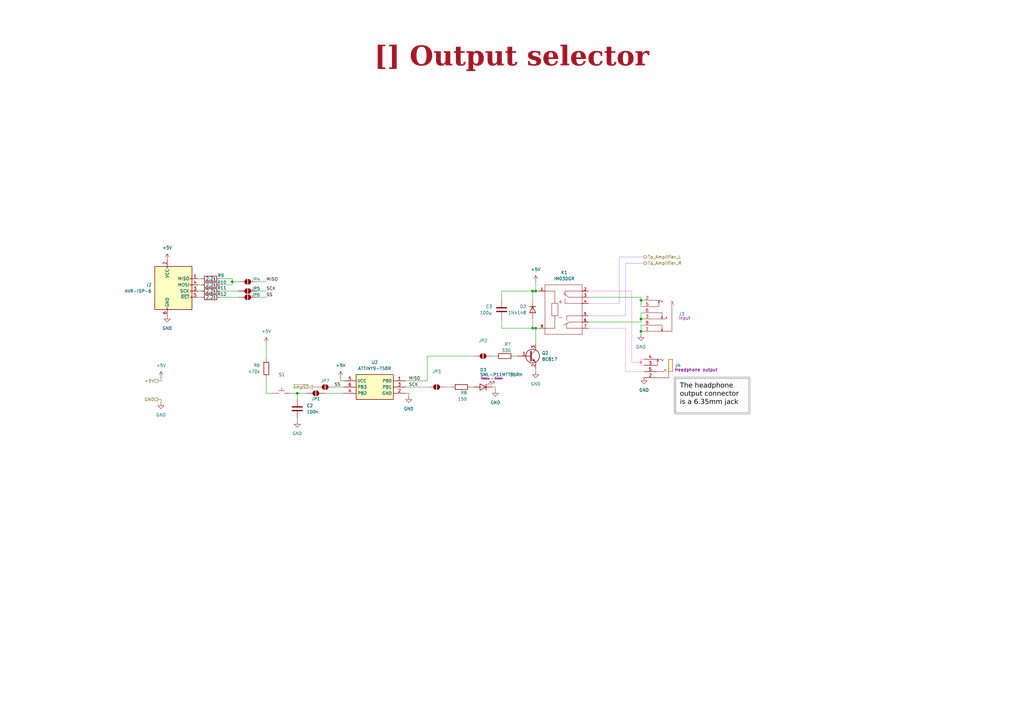
<source format=kicad_sch>
(kicad_sch (version 20231120) (generator "eeschema") (generator_version "8.0")
  (paper "A3")
  (title_block (title "Output selector") (company "${COMPANY}"))
  (lib_symbols
    (symbol "0 __:ATTINY9-TS8R"
      (property "Reference" "U" (at 21.59 7.62 0))
      (property "Value" "ATTINY9-TS8R" (at 21.59 5.08 0))
      (symbol "ATTINY9-TS8R_1_1"
        (rectangle (start 5.08 2.54) (end 20.32 -7.62) (stroke (width 0.254)) (fill (type background)))
        (pin bidirectional line (at 0 0 0) (length 5.08) (name "PB0") (number "1"))
        (pin power_in line (at 0 -5.08 0) (length 5.08) (name "GND") (number "2"))
        (pin bidirectional line (at 0 -2.54 0) (length 5.08) (name "PB1") (number "3"))
        (pin bidirectional line (at 25.4 -5.08 180) (length 5.08) (name "PB2") (number "4"))
        (pin power_in line (at 25.4 0 180) (length 5.08) (name "VCC") (number "5"))
        (pin bidirectional line (at 25.4 -2.54 180) (length 5.08) (name "PB3") (number "6"))
      )
    )
    (symbol "0 __:IM03DGR" (pin_names (offset 1.016))
      (property "Reference" "K" (at -7.8816 11.441 0))
      (property "Value" "IM03DGR" (at -7.632 -12.72 0))
      (symbol "IM03DGR_0_0"
        (polyline (pts (xy -7.62 -10.16) (xy 7.62 -10.16)) (stroke (width 0.1524)))
        (polyline (pts (xy -7.62 -7.62) (xy -7.62 -10.16)) (stroke (width 0.1524)))
        (polyline (pts (xy -7.62 -7.62) (xy -3.556 -7.62)) (stroke (width 0.1524)))
        (polyline (pts (xy -7.62 7.62) (xy -7.62 -7.62)) (stroke (width 0.1524)))
        (polyline (pts (xy -7.62 7.62) (xy -3.556 7.62)) (stroke (width 0.1524)))
        (polyline (pts (xy -7.62 10.16) (xy -7.62 7.62)) (stroke (width 0.1524)))
        (polyline (pts (xy -4.826 -2.54) (xy -4.826 2.54)) (stroke (width 0.1524)))
        (polyline (pts (xy -4.826 2.54) (xy -2.286 2.54)) (stroke (width 0.1524)))
        (polyline (pts (xy -3.556 -7.62) (xy -3.556 -2.54)) (stroke (width 0.1524)))
        (polyline (pts (xy -3.556 7.62) (xy -3.556 2.54)) (stroke (width 0.1524)))
        (polyline (pts (xy -2.286 -2.54) (xy -4.826 -2.54)) (stroke (width 0.1524)))
        (polyline (pts (xy -2.286 2.54) (xy -2.286 -2.54)) (stroke (width 0.1524)))
        (polyline (pts (xy -1.905 -3.175) (xy -0.635 -3.175)) (stroke (width 0.1524)))
        (polyline (pts (xy -1.905 3.175) (xy -0.635 3.175)) (stroke (width 0.1524)))
        (polyline (pts (xy -1.27 3.81) (xy -1.27 2.54)) (stroke (width 0.1524)))
        (polyline (pts (xy 0.635 2.54) (xy 0.635 4.445)) (stroke (width 0.1524)))
        (polyline (pts (xy 0.635 5.715) (xy 0.635 6.35)) (stroke (width 0.1524)))
        (polyline (pts (xy 0.635 6.35) (xy 0 6.985)) (stroke (width 0.1524)))
        (polyline (pts (xy 0.635 7.62) (xy 0.635 6.35)) (stroke (width 0.1524)))
        (polyline (pts (xy 1.27 -7.62) (xy 1.27 -5.715)) (stroke (width 0.1524)))
        (polyline (pts (xy 1.27 -2.54) (xy 1.27 -4.445)) (stroke (width 0.1524)))
        (polyline (pts (xy 1.905 5.08) (xy 0.635 6.35)) (stroke (width 0.1524)))
        (polyline (pts (xy 2.54 -5.08) (xy 0 -6.35)) (stroke (width 0.1524)))
        (polyline (pts (xy 7.62 -10.16) (xy 7.62 -5.08)) (stroke (width 0.1524)))
        (polyline (pts (xy 7.62 -5.08) (xy 2.54 -5.08)) (stroke (width 0.1524)))
        (polyline (pts (xy 7.62 -5.08) (xy 7.62 -2.54)) (stroke (width 0.1524)))
        (polyline (pts (xy 7.62 -2.54) (xy 1.27 -2.54)) (stroke (width 0.1524)))
        (polyline (pts (xy 7.62 -2.54) (xy 7.62 5.08)) (stroke (width 0.1524)))
        (polyline (pts (xy 7.62 5.08) (xy 1.905 5.08)) (stroke (width 0.1524)))
        (polyline (pts (xy 7.62 5.08) (xy 7.62 10.16)) (stroke (width 0.1524)))
        (polyline (pts (xy 7.62 10.16) (xy -7.62 10.16)) (stroke (width 0.1524)))
        (polyline (pts (xy 8.255 -7.62) (xy 1.27 -7.62)) (stroke (width 0.1524)))
        (polyline (pts (xy 8.255 2.54) (xy 0.635 2.54)) (stroke (width 0.1524)))
        (polyline (pts (xy 8.255 7.62) (xy 0.635 7.62)) (stroke (width 0.1524)))
        (pin passive line (at -10.16 7.62 0) (length 2.54) (name "~") (number "1"))
        (pin passive line (at 10.16 7.62 180) (length 2.54) (name "~") (number "2"))
        (pin passive line (at 10.16 5.08 180) (length 2.54) (name "~") (number "3"))
        (pin passive line (at 10.16 2.54 180) (length 2.54) (name "~") (number "4"))
        (pin passive line (at 10.16 -2.54 180) (length 2.54) (name "~") (number "5"))
        (pin passive line (at 10.16 -5.08 180) (length 2.54) (name "~") (number "6"))
        (pin passive line (at 10.16 -7.62 180) (length 2.54) (name "~") (number "7"))
        (pin passive line (at -10.16 -7.62 0) (length 2.54) (name "~") (number "8"))
      )
    )
    (symbol "0 __:PG151101S11" (pin_numbers hide) (pin_names (offset 1.016) hide)
      (property "Reference" "S" (at -5.08 3.81 0))
      (property "Value" "PG151101S11" (at -5.08 -3.81 0))
      (symbol "PG151101S11_0_0"
        (pin passive line (at -3.81 0 0) (length 2.54) (name "1") (number "1"))
        (pin passive line (at 3.81 0 180) (length 2.54) (name "2") (number "2"))
      )
      (symbol "PG151101S11_0_1"
        (polyline (pts (xy -1.27 1.016) (xy 1.27 1.016)))
        (polyline (pts (xy 0 1.016) (xy 0 2.286)))
        (polyline (pts (xy 2.54 0) (xy 1.27 0)))
      )
    )
    (symbol "0 __:PJ-393-8P" (pin_names hide)
      (property "Reference" "J" (at 0 15.24 0))
      (property "Value" "PJ-393-8P" (at 0 -12.7 0))
      (symbol "PJ-393-8P_0_1"
        (polyline (pts (xy -1.02 5.08) (xy -0.76 4.06)))
        (polyline (pts (xy -1.02 10.16) (xy -0.76 9.14)))
        (polyline (pts (xy 0.25 -2.54) (xy 0.51 -1.52)))
        (polyline (pts (xy 3.81 -2.54) (xy -0.51 -2.54) (xy -1.02 -1.78) (xy -1.27 -2.54)))
        (polyline (pts (xy 3.81 0) (xy 0.25 0) (xy 0.25 -2.54) (xy 0 -1.52)))
        (polyline (pts (xy 3.81 2.54) (xy -1.02 2.54) (xy -1.02 5.08) (xy -1.27 4.06)))
        (polyline (pts (xy 3.81 5.08) (xy -2.54 5.08) (xy -2.79 4.06) (xy -3.05 5.08)))
        (polyline (pts (xy 3.81 7.62) (xy -1.02 7.62) (xy -1.02 10.16) (xy -1.27 9.14)))
        (polyline (pts (xy 3.81 10.16) (xy -5.08 10.16) (xy -5.08 -2.286) (xy -5.84 -0.766)))
        (pin unspecified line (at 6.35 10.16 180) (length 2.54) (name "1") (number "1"))
        (pin unspecified line (at 6.35 -2.54 180) (length 2.54) (name "2") (number "2"))
        (pin unspecified line (at 6.35 5.08 180) (length 2.54) (name "3") (number "3"))
        (pin unspecified line (at 6.35 0 180) (length 2.54) (name "5") (number "5"))
        (pin unspecified line (at 6.35 2.54 180) (length 2.54) (name "6") (number "6"))
        (pin unspecified line (at 6.35 7.62 180) (length 2.54) (name "8") (number "8"))
      )
    )
    (symbol "0 __:PJ-603" (pin_names hide)
      (property "Reference" "J" (at 0 10.16 0))
      (property "Value" "PJ-603" (at 0 -7.62 0))
      (symbol "PJ-603_0_1"
        (rectangle (start -4.064 2.54) (end -2.544 -2.54) (fill (type background)))
        (polyline (pts (xy -3.56 1.02)) (fill (type background)))
        (polyline (pts (xy 2.54 5.08) (xy -2.54 5.08) (xy -2.54 1.02)))
        (polyline (pts (xy 2.54 -2.54) (xy 0.51 -2.54) (xy 0 -1.78) (xy -0.51 -2.54)))
        (polyline (pts (xy 2.54 -1.52) (xy 2.54 -1.52) (xy 2.03 -2.54) (xy 1.52 -1.52)))
        (polyline (pts (xy 2.54 0) (xy 2.03 0) (xy 2.03 0) (xy 2.03 -2.54)))
        (polyline (pts (xy 2.54 2.54) (xy -0.51 2.54) (xy -1.02 1.52) (xy -1.52 2.54)))
        (pin unspecified line (at 7.62 5.08 180) (length 5.08) (name "2") (number "2"))
        (pin unspecified line (at 7.62 0 180) (length 5.08) (name "3") (number "3"))
        (pin unspecified line (at 7.62 -2.54 180) (length 5.08) (name "4") (number "4"))
        (pin unspecified line (at 7.62 2.54 180) (length 5.08) (name "5") (number "5"))
      )
    )
    (symbol "Connector:AVR-ISP-6" (pin_names (offset 1.016))
      (property "Reference" "J" (at -6.35 11.43 0))
      (property "Value" "AVR-ISP-6" (at 0 11.43 0))
      (symbol "AVR-ISP-6_0_1"
        (rectangle (start -2.667 -6.858) (end -2.413 -7.62))
        (rectangle (start -2.667 10.16) (end -2.413 9.398))
        (rectangle (start 7.62 -2.413) (end 6.858 -2.667))
        (rectangle (start 7.62 0.127) (end 6.858 -0.127))
        (rectangle (start 7.62 2.667) (end 6.858 2.413))
        (rectangle (start 7.62 5.207) (end 6.858 4.953))
        (rectangle (start 7.62 10.16) (end -7.62 -7.62) (stroke (width 0.254)) (fill (type background)))
      )
      (symbol "AVR-ISP-6_1_1"
        (pin passive line (at 10.16 5.08 180) (length 2.54) (name "MISO") (number "1"))
        (pin passive line (at -2.54 12.7 270) (length 2.54) (name "VCC") (number "2"))
        (pin passive line (at 10.16 0 180) (length 2.54) (name "SCK") (number "3"))
        (pin passive line (at 10.16 2.54 180) (length 2.54) (name "MOSI") (number "4"))
        (pin passive line (at 10.16 -2.54 180) (length 2.54) (name "~{RST}") (number "5"))
        (pin passive line (at -2.54 -10.16 90) (length 2.54) (name "GND") (number "6"))
      )
    )
    (symbol "Device:C" (pin_numbers hide) (pin_names (offset 0.254))
      (property "Reference" "C" (at 0.635 2.54 0))
      (property "Value" "C" (at 0.635 -2.54 0))
      (symbol "C_0_1"
        (polyline (pts (xy -2.032 -0.762) (xy 2.032 -0.762)) (stroke (width 0.508)))
        (polyline (pts (xy -2.032 0.762) (xy 2.032 0.762)) (stroke (width 0.508)))
      )
      (symbol "C_1_1"
        (pin passive line (at 0 3.81 270) (length 2.794) (name "~") (number "1"))
        (pin passive line (at 0 -3.81 90) (length 2.794) (name "~") (number "2"))
      )
    )
    (symbol "Device:LED" (pin_numbers hide) (pin_names (offset 1.016) hide)
      (property "Reference" "D" (at 0 2.54 0))
      (property "Value" "LED" (at 0 -2.54 0))
      (symbol "LED_0_1"
        (polyline (pts (xy -1.27 -1.27) (xy -1.27 1.27)) (stroke (width 0.254)))
        (polyline (pts (xy -1.27 0) (xy 1.27 0)))
        (polyline (pts (xy 1.27 -1.27) (xy 1.27 1.27) (xy -1.27 0) (xy 1.27 -1.27)) (stroke (width 0.254)))
        (polyline (pts (xy -3.048 -0.762) (xy -4.572 -2.286) (xy -3.81 -2.286) (xy -4.572 -2.286) (xy -4.572 -1.524)))
        (polyline (pts (xy -1.778 -0.762) (xy -3.302 -2.286) (xy -2.54 -2.286) (xy -3.302 -2.286) (xy -3.302 -1.524)))
      )
      (symbol "LED_1_1"
        (pin passive line (at -3.81 0 0) (length 2.54) (name "K") (number "1"))
        (pin passive line (at 3.81 0 180) (length 2.54) (name "A") (number "2"))
      )
    )
    (symbol "Device:R" (pin_numbers hide) (pin_names (offset 0))
      (property "Reference" "R" (at 2.032 0 90))
      (property "Value" "R" (at 0 0 90))
      (symbol "R_0_1"
        (rectangle (start -1.016 -2.54) (end 1.016 2.54) (stroke (width 0.254)))
      )
      (symbol "R_1_1"
        (pin passive line (at 0 3.81 270) (length 1.27) (name "~") (number "1"))
        (pin passive line (at 0 -3.81 90) (length 1.27) (name "~") (number "2"))
      )
    )
    (symbol "Diode:1N4148" (pin_numbers hide) (pin_names hide)
      (property "Reference" "D" (at 0 2.54 0))
      (property "Value" "1N4148" (at 0 -2.54 0))
      (symbol "1N4148_0_1"
        (polyline (pts (xy -1.27 1.27) (xy -1.27 -1.27)) (stroke (width 0.254)))
        (polyline (pts (xy 1.27 0) (xy -1.27 0)))
        (polyline (pts (xy 1.27 1.27) (xy 1.27 -1.27) (xy -1.27 0) (xy 1.27 1.27)) (stroke (width 0.254)))
      )
      (symbol "1N4148_1_1"
        (pin passive line (at -3.81 0 0) (length 2.54) (name "K") (number "1"))
        (pin passive line (at 3.81 0 180) (length 2.54) (name "A") (number "2"))
      )
    )
    (symbol "Jumper:SolderJumper_2_Open" (pin_numbers hide) (pin_names (offset 0) hide) (exclude_from_sim yes) (in_bom no)
      (property "Reference" "JP" (at 0 2.032 0))
      (property "Value" "SolderJumper_2_Open" (at 0 -2.54 0))
      (symbol "SolderJumper_2_Open_0_1"
        (arc (start -0.254 1.016) (mid -1.2656 0) (end -0.254 -1.016))
        (arc (start -0.254 1.016) (mid -1.2656 0) (end -0.254 -1.016) (fill (type outline)))
        (polyline (pts (xy -0.254 1.016) (xy -0.254 -1.016)))
        (polyline (pts (xy 0.254 1.016) (xy 0.254 -1.016)))
        (arc (start 0.254 -1.016) (mid 1.2656 0) (end 0.254 1.016))
        (arc (start 0.254 -1.016) (mid 1.2656 0) (end 0.254 1.016) (fill (type outline)))
      )
      (symbol "SolderJumper_2_Open_1_1"
        (pin passive line (at -3.81 0 0) (length 2.54) (name "A") (number "1"))
        (pin passive line (at 3.81 0 180) (length 2.54) (name "B") (number "2"))
      )
    )
    (symbol "Transistor_BJT:BC817" (pin_names (offset 0) hide)
      (property "Reference" "Q" (at 5.08 1.905 0))
      (property "Value" "BC817" (at 5.08 0 0))
      (symbol "BC817_0_1"
        (polyline (pts (xy 0.635 0.635) (xy 2.54 2.54)))
        (polyline (pts (xy 0.635 -0.635) (xy 2.54 -2.54) (xy 2.54 -2.54)))
        (polyline (pts (xy 0.635 1.905) (xy 0.635 -1.905) (xy 0.635 -1.905)) (stroke (width 0.508)))
        (polyline (pts (xy 1.27 -1.778) (xy 1.778 -1.27) (xy 2.286 -2.286) (xy 1.27 -1.778) (xy 1.27 -1.778)) (fill (type outline)))
        (circle (center 1.27 0) (radius 2.8194) (stroke (width 0.254)))
      )
      (symbol "BC817_1_1"
        (pin input line (at -5.08 0 0) (length 5.715) (name "B") (number "1"))
        (pin passive line (at 2.54 -5.08 90) (length 2.54) (name "E") (number "2"))
        (pin passive line (at 2.54 5.08 270) (length 2.54) (name "C") (number "3"))
      )
    )
    (symbol "power:+5V" (power) (pin_numbers hide) (pin_names (offset 0) hide)
      (property "Value" "+5V" (at 0 3.556 0))
      (symbol "+5V_0_1"
        (polyline (pts (xy -0.762 1.27) (xy 0 2.54)))
        (polyline (pts (xy 0 0) (xy 0 2.54)))
        (polyline (pts (xy 0 2.54) (xy 0.762 1.27)))
      )
      (symbol "+5V_1_1"
        (pin power_in line (at 0 0 90) (length 0) (name "~") (number "1"))
      )
    )
    (symbol "power:GND" (power) (pin_numbers hide) (pin_names (offset 0) hide)
      (property "Value" "GND" (at 0 -3.81 0))
      (symbol "GND_0_1"
        (polyline (pts (xy 0 0) (xy 0 -1.27) (xy 1.27 -1.27) (xy 0 -2.54) (xy -1.27 -1.27) (xy 0 -1.27)))
      )
      (symbol "GND_1_1"
        (pin power_in line (at 0 0 270) (length 0) (name "~") (number "1"))
      )
    )
  )
  (junction (at 262.89 148.59) (color 255 118 174 1))
  (junction (at 218.44 119.38))
  (junction (at 219.71 119.38))
  (junction (at 262.89 123.19))
  (junction (at 218.44 134.62))
  (junction (at 262.89 135.89))
  (junction (at 95.25 115.57))
  (junction (at 219.71 134.62))
  (junction (at 121.92 161.29))
  (junction (at 262.89 130.81))
  (wire (pts (xy 262.89 132.08) (xy 262.89 130.81)))
  (wire (pts (xy 139.7 154.94) (xy 139.7 156.21)))
  (wire (pts (xy 201.93 158.75) (xy 203.2 158.75)))
  (wire (pts (xy 66.04 163.83) (xy 66.04 165.1)))
  (wire (pts (xy 218.44 134.62) (xy 219.71 134.62)))
  (wire (pts (xy 140.97 156.21) (xy 139.7 156.21)))
  (wire (pts (xy 97.79 119.38) (xy 90.17 119.38)))
  (wire (pts (xy 137.16 158.75) (xy 140.97 158.75)))
  (wire (pts (xy 256.54 107.95) (xy 264.16 107.95)) (stroke (width 0) (color 173 122 255 1)))
  (wire (pts (xy 241.3 132.08) (xy 262.89 132.08)))
  (wire (pts (xy 193.04 158.75) (xy 194.31 158.75)))
  (wire (pts (xy 203.2 158.75) (xy 203.2 160.02)))
  (wire (pts (xy 82.55 116.84) (xy 81.28 116.84)))
  (wire (pts (xy 262.89 130.81) (xy 262.89 128.27)))
  (wire (pts (xy 256.54 152.4) (xy 256.54 134.62)) (stroke (width 0) (color 255 118 174 1)))
  (wire (pts (xy 264.16 105.41) (xy 254 105.41)) (stroke (width 0) (color 173 122 255 1)))
  (wire (pts (xy 105.41 115.57) (xy 109.22 115.57)))
  (wire (pts (xy 90.17 114.3) (xy 95.25 114.3)))
  (wire (pts (xy 121.92 161.29) (xy 125.73 161.29)))
  (wire (pts (xy 121.92 163.83) (xy 121.92 161.29)))
  (wire (pts (xy 264.16 149.86) (xy 262.89 149.86)) (stroke (width 0) (color 255 118 174 1)))
  (wire (pts (xy 262.89 121.92) (xy 262.89 123.19)))
  (wire (pts (xy 95.25 114.3) (xy 95.25 115.57)))
  (wire (pts (xy 219.71 119.38) (xy 220.98 119.38)))
  (wire (pts (xy 210.82 146.05) (xy 212.09 146.05)))
  (wire (pts (xy 262.89 149.86) (xy 262.89 148.59)) (stroke (width 0) (color 255 118 174 1)))
  (wire (pts (xy 205.74 123.19) (xy 205.74 119.38)))
  (wire (pts (xy 241.3 119.38) (xy 259.08 119.38)) (stroke (width 0) (color 255 118 174 1)))
  (wire (pts (xy 262.89 123.19) (xy 264.16 123.19)))
  (wire (pts (xy 264.16 130.81) (xy 262.89 130.81)))
  (wire (pts (xy 95.25 115.57) (xy 95.25 116.84)))
  (wire (pts (xy 109.22 161.29) (xy 109.22 154.94)))
  (wire (pts (xy 262.89 133.35) (xy 262.89 135.89)))
  (wire (pts (xy 259.08 148.59) (xy 262.89 148.59)) (stroke (width 0) (color 255 118 174 1)))
  (wire (pts (xy 262.89 147.32) (xy 264.16 147.32)) (stroke (width 0) (color 255 118 174 1)))
  (wire (pts (xy 262.89 125.73) (xy 262.89 123.19)))
  (wire (pts (xy 64.77 163.83) (xy 66.04 163.83)))
  (wire (pts (xy 121.92 161.29) (xy 119.38 161.29)))
  (wire (pts (xy 218.44 130.81) (xy 218.44 134.62)))
  (wire (pts (xy 205.74 119.38) (xy 218.44 119.38)))
  (wire (pts (xy 129.54 158.75) (xy 128.27 158.75)))
  (wire (pts (xy 66.04 154.94) (xy 66.04 156.21)))
  (wire (pts (xy 254 124.46) (xy 241.3 124.46)) (stroke (width 0) (color 173 122 255 1)))
  (wire (pts (xy 82.55 121.92) (xy 81.28 121.92)))
  (wire (pts (xy 259.08 119.38) (xy 259.08 148.59)) (stroke (width 0) (color 255 118 174 1)))
  (wire (pts (xy 175.26 156.21) (xy 166.37 156.21)))
  (wire (pts (xy 264.16 152.4) (xy 256.54 152.4)) (stroke (width 0) (color 255 118 174 1)))
  (wire (pts (xy 254 105.41) (xy 254 124.46)) (stroke (width 0) (color 173 122 255 1)))
  (wire (pts (xy 109.22 147.32) (xy 109.22 140.97)))
  (wire (pts (xy 95.25 116.84) (xy 90.17 116.84)))
  (wire (pts (xy 182.88 158.75) (xy 185.42 158.75)))
  (wire (pts (xy 109.22 119.38) (xy 105.41 119.38)))
  (wire (pts (xy 109.22 121.92) (xy 105.41 121.92)))
  (wire (pts (xy 218.44 123.19) (xy 218.44 119.38)))
  (wire (pts (xy 205.74 134.62) (xy 218.44 134.62)))
  (wire (pts (xy 175.26 146.05) (xy 175.26 156.21)))
  (wire (pts (xy 262.89 135.89) (xy 262.89 137.16)))
  (wire (pts (xy 256.54 129.54) (xy 256.54 107.95)) (stroke (width 0) (color 173 122 255 1)))
  (wire (pts (xy 167.64 162.56) (xy 167.64 161.29)))
  (wire (pts (xy 205.74 130.81) (xy 205.74 134.62)))
  (wire (pts (xy 262.89 135.89) (xy 264.16 135.89)))
  (wire (pts (xy 219.71 134.62) (xy 220.98 134.62)))
  (wire (pts (xy 133.35 161.29) (xy 140.97 161.29)))
  (wire (pts (xy 241.3 121.92) (xy 262.89 121.92)))
  (wire (pts (xy 82.55 119.38) (xy 81.28 119.38)))
  (wire (pts (xy 218.44 119.38) (xy 219.71 119.38)))
  (wire (pts (xy 219.71 134.62) (xy 219.71 140.97)))
  (wire (pts (xy 264.16 125.73) (xy 262.89 125.73)))
  (wire (pts (xy 241.3 129.54) (xy 256.54 129.54)) (stroke (width 0) (color 173 122 255 1)))
  (wire (pts (xy 219.71 115.57) (xy 219.71 119.38)))
  (wire (pts (xy 262.89 148.59) (xy 262.89 147.32)) (stroke (width 0) (color 255 118 174 1)))
  (wire (pts (xy 264.16 133.35) (xy 262.89 133.35)))
  (wire (pts (xy 97.79 121.92) (xy 90.17 121.92)))
  (wire (pts (xy 262.89 128.27) (xy 264.16 128.27)))
  (wire (pts (xy 166.37 158.75) (xy 175.26 158.75)))
  (wire (pts (xy 66.04 156.21) (xy 64.77 156.21)))
  (wire (pts (xy 175.26 146.05) (xy 194.31 146.05)))
  (wire (pts (xy 219.71 151.13) (xy 219.71 152.4)))
  (wire (pts (xy 201.93 146.05) (xy 203.2 146.05)))
  (wire (pts (xy 95.25 115.57) (xy 97.79 115.57)))
  (wire (pts (xy 81.28 114.3) (xy 82.55 114.3)))
  (wire (pts (xy 256.54 134.62) (xy 241.3 134.62)) (stroke (width 0) (color 255 118 174 1)))
  (wire (pts (xy 167.64 161.29) (xy 166.37 161.29)))
  (wire (pts (xy 111.76 161.29) (xy 109.22 161.29)))
  (wire (pts (xy 121.92 171.45) (xy 121.92 172.72)))
  (text_box "[${#}] ${TITLE}" (at 12.065 17.145 0) (size 395.605 12.7) (stroke (width -0.0001)) (effects (font (size 8 8) (thickness 1.2) (bold yes))))
  (text_box "The headphone output connector is a 6.35mm jack" (at 276.86 154.94 0) (size 30.48 14.605) (stroke (width 1) (color 200 200 200 1)) (effects (font (size 2 2)) (justify left top)))
  (label "SS" (at 109.22 121.92 0))
  (label "SCK" (at 167.64 158.75 0))
  (label "SS" (at 139.7 158.75 180))
  (label "SCK" (at 109.22 119.38 0))
  (label "MISO" (at 109.22 115.57 0))
  (label "MISO" (at 167.64 156.21 0))
  (hierarchical_label "To_Amplifier_L" (shape output) (at 264.16 105.41 0))
  (hierarchical_label "To_Amplifier_R" (shape output) (at 264.16 107.95 0))
  (hierarchical_label "+5V" (shape passive) (at 64.77 156.21 180))
  (hierarchical_label "GND" (shape passive) (at 64.77 163.83 180))
  (hierarchical_label "~{AmpSD}" (shape output) (at 128.27 158.75 180))
  (symbol (lib_id "Jumper:SolderJumper_2_Open") (at 101.6 119.38 0) (unit 1) (exclude_from_sim yes) (in_bom no)
    (property "Reference" "JP5" (at 104.902 118.364 0))
    (property "Value" "SolderJumper_2_Open" (effects (hide yes)))
    (property "Footprint" "Jumper:SolderJumper-2_P1.3mm_Open_TrianglePad1.0x1.5mm" (effects (hide yes)))
    (property "Description" "Solder Jumper, 2-pole, open" (effects (hide yes)))
  )
  (symbol (lib_id "Jumper:SolderJumper_2_Open") (at 101.6 121.92 0) (unit 1) (exclude_from_sim yes) (in_bom no)
    (property "Reference" "JP6" (at 104.902 120.904 0))
    (property "Value" "SolderJumper_2_Open" (effects (hide yes)))
    (property "Footprint" "Jumper:SolderJumper-2_P1.3mm_Open_TrianglePad1.0x1.5mm" (effects (hide yes)))
    (property "Description" "Solder Jumper, 2-pole, open" (effects (hide yes)))
  )
  (symbol (lib_id "Jumper:SolderJumper_2_Open") (at 101.6 115.57 0) (unit 1) (exclude_from_sim yes) (in_bom no)
    (property "Reference" "JP4" (at 104.902 114.554 0))
    (property "Value" "SolderJumper_2_Open" (effects (hide yes)))
    (property "Footprint" "Jumper:SolderJumper-2_P1.3mm_Open_TrianglePad1.0x1.5mm" (effects (hide yes)))
    (property "Description" "Solder Jumper, 2-pole, open" (effects (hide yes)))
  )
  (symbol (lib_id "Jumper:SolderJumper_2_Open") (at 129.54 161.29 0) (unit 1) (exclude_from_sim yes) (in_bom no)
    (property "Reference" "JP1" (at 129.54 163.576 0))
    (property "Value" "SolderJumper_2_Open" (effects (hide yes)))
    (property "Footprint" "Jumper:SolderJumper-2_P1.3mm_Open_TrianglePad1.0x1.5mm" (effects (hide yes)))
    (property "Description" "Solder Jumper, 2-pole, open" (effects (hide yes)))
  )
  (symbol (lib_id "power:GND") (at 167.64 162.56 0) (unit 1)
    (property "Reference" "#PWR08" (effects (hide yes)))
    (property "Value" "GND" (at 167.64 167.64 0))
    (property "Description" "Power symbol creates a global label with name \"GND\" , ground" (effects (hide yes)))
  )
  (symbol (lib_id "Device:C") (at 121.92 167.64 180) (unit 1)
    (property "Reference" "C2" (at 125.73 166.3699 0) (effects (justify right)))
    (property "Value" "100n" (at 125.73 168.9099 0) (effects (justify right)))
    (property "Description" "Unpolarized capacitor" (effects (hide yes)))
  )
  (symbol (lib_id "power:+5V") (at 68.58 106.68 0) (unit 1)
    (property "Reference" "#PWR015" (effects (hide yes)))
    (property "Value" "+5V" (at 68.58 101.6 0))
    (property "Description" "Power symbol creates a global label with name \"+5V\"" (effects (hide yes)))
  )
  (symbol (lib_id "Jumper:SolderJumper_2_Open") (at 179.07 158.75 0) (unit 1) (exclude_from_sim yes) (in_bom no)
    (property "Reference" "JP3" (at 179.07 152.4 0))
    (property "Value" "SolderJumper_2_Open" (effects (hide yes)))
    (property "Footprint" "Jumper:SolderJumper-2_P1.3mm_Open_TrianglePad1.0x1.5mm" (effects (hide yes)))
    (property "Description" "Solder Jumper, 2-pole, open" (effects (hide yes)))
  )
  (symbol (lib_id "power:+5V") (at 66.04 154.94 0) (unit 1)
    (property "Reference" "#PWR018" (effects (hide yes)))
    (property "Value" "+5V" (at 66.04 149.86 0))
    (property "Description" "Power symbol creates a global label with name \"+5V\"" (effects (hide yes)))
  )
  (symbol (lib_id "Device:C") (at 205.74 127 0) (mirror x) (unit 1)
    (property "Reference" "C3" (at 201.93 125.7299 0) (effects (justify right)))
    (property "Value" "100µ" (at 201.93 128.2699 0) (effects (justify right)))
    (property "Description" "Unpolarized capacitor" (effects (hide yes)))
  )
  (symbol (lib_id "0 __:ATTINY9-TS8R") (at 166.37 156.21 0) (mirror y) (unit 1)
    (property "Reference" "U2" (at 153.67 148.59 0))
    (property "Value" "ATTINY9-TS8R" (at 153.67 151.13 0))
    (property "Footprint" "0__:SOT95P270X145-6N" (effects (hide yes)))
    (property "Datasheet" "https://ww1.microchip.com/downloads/en/DeviceDoc/atmel-8127-avr-8-bit-microcontroller-attiny4-attiny5-attiny9-attiny10_datasheet.pdf" (effects (hide yes)))
    (property "Description" "Atmel Microcontroller, 8bit AVR, 10MHz, 1 kB Flash SOT-23, 6-Pin ATTINY9-TS8R" (effects (hide yes)))
    (property "Height" "1.45" (effects (hide yes)))
    (property "Mouser Part Number" "556-ATTINY9-TS8R" (effects (hide yes)))
    (property "Mouser Price/Stock" "https://www.mouser.co.uk/ProductDetail/Microchip-Technology-Atmel/ATTINY9-TS8R?qs=%2Fqzd9s%252BcLd6Ex7DNcGSsRA%3D%3D" (effects (hide yes)))
    (property "Manufacturer_Name" "Microchip" (effects (hide yes)))
    (property "Manufacturer_Part_Number" "ATTINY9-TS8R" (effects (hide yes)))
  )
  (symbol (lib_id "power:GND") (at 219.71 152.4 0) (unit 1)
    (property "Reference" "#PWR012" (effects (hide yes)))
    (property "Value" "GND" (at 219.71 157.48 0))
    (property "Description" "Power symbol creates a global label with name \"GND\" , ground" (effects (hide yes)))
  )
  (symbol (lib_id "power:GND") (at 264.16 154.94 0) (unit 1)
    (property "Reference" "#PWR017" (effects (hide yes)))
    (property "Value" "GND" (at 264.16 160.02 0))
    (property "Description" "Power symbol creates a global label with name \"GND\" , ground" (effects (hide yes)))
  )
  (symbol (lib_id "power:GND") (at 66.04 165.1 0) (mirror y) (unit 1)
    (property "Reference" "#PWR020" (effects (hide yes)))
    (property "Value" "GND" (at 66.04 170.18 0))
    (property "Description" "Power symbol creates a global label with name \"GND\" , ground" (effects (hide yes)))
  )
  (symbol (lib_id "power:GND") (at 262.89 137.16 0) (unit 1)
    (property "Reference" "#PWR016" (effects (hide yes)))
    (property "Value" "GND" (at 262.89 142.24 0))
    (property "Description" "Power symbol creates a global label with name \"GND\" , ground" (effects (hide yes)))
  )
  (symbol (lib_id "Jumper:SolderJumper_2_Open") (at 198.12 146.05 0) (unit 1) (exclude_from_sim yes) (in_bom no)
    (property "Reference" "JP2" (at 198.12 139.7 0))
    (property "Value" "SolderJumper_2_Open" (effects (hide yes)))
    (property "Footprint" "Jumper:SolderJumper-2_P1.3mm_Open_TrianglePad1.0x1.5mm" (effects (hide yes)))
    (property "Description" "Solder Jumper, 2-pole, open" (effects (hide yes)))
  )
  (symbol (lib_id "Device:R") (at 86.36 116.84 90) (mirror x) (unit 1)
    (property "Reference" "R10" (at 92.964 115.824 90) (effects (justify left)))
    (property "Value" "2.2k" (at 88.646 116.84 90) (effects (justify left)))
    (property "Description" "Resistor" (effects (hide yes)))
  )
  (symbol (lib_id "Diode:1N4148") (at 218.44 127 270) (unit 1)
    (property "Reference" "D2" (at 215.9 125.7299 90) (effects (justify right)))
    (property "Value" "1N4148" (at 215.9 128.2699 90) (effects (justify right)))
    (property "Footprint" "Diode_THT:D_DO-35_SOD27_P7.62mm_Horizontal" (effects (hide yes)))
    (property "Datasheet" "https://assets.nexperia.com/documents/data-sheet/1N4148_1N4448.pdf" (effects (hide yes)))
    (property "Description" "100V 0.15A standard switching diode, DO-35" (effects (hide yes)))
    (property "Sim.Device" "D" (effects (hide yes)))
    (property "Sim.Pins" "1=K 2=A" (effects (hide yes)))
  )
  (symbol (lib_id "Device:R") (at 189.23 158.75 90) (unit 1)
    (property "Reference" "R8" (at 191.5795 161.0995 90) (effects (justify left)))
    (property "Value" "150" (at 191.5795 163.6395 90) (effects (justify left)))
    (property "Description" "Resistor" (effects (hide yes)))
  )
  (symbol (lib_id "Transistor_BJT:BC817") (at 217.17 146.05 0) (unit 1)
    (property "Reference" "Q2" (at 222.25 144.7799 0) (effects (justify left)))
    (property "Value" "BC817" (at 222.25 147.3199 0) (effects (justify left)))
    (property "Footprint" "Package_TO_SOT_SMD:SOT-23" (effects (hide yes)))
    (property "Datasheet" "https://www.onsemi.com/pub/Collateral/BC818-D.pdf" (effects (hide yes)))
    (property "Description" "0.8A Ic, 45V Vce, NPN Transistor, SOT-23" (effects (hide yes)))
  )
  (symbol (lib_id "0 __:IM03DGR") (at 231.14 127 0) (unit 1)
    (property "Reference" "K1" (at 231.4575 111.76 0))
    (property "Value" "IM03DGR" (at 231.4575 114.3 0))
    (property "Footprint" "0__:RELAY_IM03DGR" (effects (hide yes)))
    (property "Datasheet" "https://www.mouser.fr/datasheet/2/418/ENG_SS_108-98001_S[1]-1210543.pdf" (effects (hide yes)))
    (property "MF" "TE Connectivity" (effects (hide yes)))
    (property "Description_1" "\n                        \n                            DPDT PCB Mount Non-Latching Relay Surface Mount 5 A 5V dc | TE Connectivity IM03DGR\n                        \n" (effects (hide yes)))
    (property "Package" "None" (effects (hide yes)))
    (property "Price" "None" (effects (hide yes)))
    (property "Check_prices" "https://www.snapeda.com/parts/IM03DGR/TE+Connectivity+Potter+%2526+Brumfield+Relays/view-part/?ref=eda" (effects (hide yes)))
    (property "STANDARD" "Manufacturer recommendations" (effects (hide yes)))
    (property "SnapEDA_Link" "https://www.snapeda.com/parts/IM03DGR/TE+Connectivity+Potter+%2526+Brumfield+Relays/view-part/?ref=snap" (effects (hide yes)))
    (property "MP" "IM03DGR" (effects (hide yes)))
    (property "Availability" "In Stock" (effects (hide yes)))
    (property "MANUFACTURER" "TE CONNECTIVITY" (effects (hide yes)))
  )
  (symbol (lib_id "Device:R") (at 109.22 151.13 0) (mirror y) (unit 1)
    (property "Reference" "R6" (at 106.68 149.8599 0) (effects (justify left)))
    (property "Value" "470k" (at 106.68 152.3999 0) (effects (justify left)))
    (property "Description" "Resistor" (effects (hide yes)))
  )
  (symbol (lib_id "power:+5V") (at 139.7 154.94 0) (unit 1)
    (property "Reference" "#PWR07" (effects (hide yes)))
    (property "Value" "+5V" (at 139.7 149.86 0))
    (property "Description" "Power symbol creates a global label with name \"+5V\"" (effects (hide yes)))
  )
  (symbol (lib_id "Device:R") (at 86.36 119.38 90) (mirror x) (unit 1)
    (property "Reference" "R11" (at 92.964 118.11 90) (effects (justify left)))
    (property "Value" "2.2k" (at 88.646 119.38 90) (effects (justify left)))
    (property "Description" "Resistor" (effects (hide yes)))
  )
  (symbol (lib_id "0 __:PJ-393-8P") (at 270.51 125.73 180) (unit 1)
    (property "Reference" "J3" (at 278.384 128.778 0) (effects (justify right)))
    (property "Value" "PJ-393-8P" (effects (hide yes)))
    (property "Footprint" "0__:AUDIO-TH_PJ-393-8A" (effects (hide yes)))
    (property "Datasheet" "https://www.lcsc.com/datasheet/lcsc_datasheet_2411221127_G-Switch-PJ-393-8P_C5155561.pdf" (effects (hide yes)))
    (property "Description" "Input" (at 280.67 130.429 0))
    (property "LCSC Part" "C5155561" (effects (hide yes)))
  )
  (symbol (lib_id "power:GND") (at 203.2 160.02 0) (unit 1)
    (property "Reference" "#PWR013" (effects (hide yes)))
    (property "Value" "GND" (at 203.2 165.1 0))
    (property "Description" "Power symbol creates a global label with name \"GND\" , ground" (effects (hide yes)))
  )
  (symbol (lib_id "power:+5V") (at 219.71 115.57 0) (unit 1)
    (property "Reference" "#PWR011" (effects (hide yes)))
    (property "Value" "+5V" (at 219.71 110.49 0))
    (property "Description" "Power symbol creates a global label with name \"+5V\"" (effects (hide yes)))
  )
  (symbol (lib_id "Device:R") (at 207.01 146.05 90) (mirror x) (unit 1)
    (property "Reference" "R7" (at 209.55 141.224 90) (effects (justify left)))
    (property "Value" "330" (at 209.55 143.764 90) (effects (justify left)))
    (property "Description" "Resistor" (effects (hide yes)))
  )
  (symbol (lib_id "Jumper:SolderJumper_2_Open") (at 133.35 158.75 0) (unit 1) (exclude_from_sim yes) (in_bom no)
    (property "Reference" "JP7" (at 133.35 156.21 0))
    (property "Value" "SolderJumper_2_Open" (effects (hide yes)))
    (property "Footprint" "Jumper:SolderJumper-2_P1.3mm_Open_TrianglePad1.0x1.5mm" (effects (hide yes)))
    (property "Description" "Solder Jumper, 2-pole, open" (effects (hide yes)))
  )
  (symbol (lib_id "Device:R") (at 86.36 121.92 90) (mirror x) (unit 1)
    (property "Reference" "R12" (at 92.964 120.65 90) (effects (justify left)))
    (property "Value" "2.2k" (at 88.646 121.92 90) (effects (justify left)))
    (property "Description" "Resistor" (effects (hide yes)))
  )
  (symbol (lib_id "power:+5V") (at 109.22 140.97 0) (unit 1)
    (property "Reference" "#PWR09" (effects (hide yes)))
    (property "Value" "+5V" (at 109.22 135.89 0))
    (property "Description" "Power symbol creates a global label with name \"+5V\"" (effects (hide yes)))
  )
  (symbol (lib_id "power:GND") (at 121.92 172.72 0) (unit 1)
    (property "Reference" "#PWR010" (effects (hide yes)))
    (property "Value" "GND" (at 121.92 177.8 0))
    (property "Description" "Power symbol creates a global label with name \"GND\" , ground" (effects (hide yes)))
  )
  (symbol (lib_id "Device:LED") (at 198.12 158.75 180) (unit 1)
    (property "Reference" "D3" (at 196.85 151.7014 0) (effects (justify right)))
    (property "Value" "SML-P11MTT86RH" (at 196.85 153.67 0) (effects (justify right)))
    (property "Footprint" "LED_SMD:LED_0402_1005Metric" (effects (hide yes)))
    (property "Datasheet" "https://www.lcsc.com/datasheet/lcsc_datasheet_2109221830_ROHM-Semicon-SML-P11MTT86RH_C2898986.pdf" (effects (hide yes)))
    (property "Description" "Yellow - Green" (at 201.676 155.194 0) (effects (font (size 0.762 0.762))))
    (property "LCSC part" "C2898986" (effects (hide yes)))
  )
  (symbol (lib_id "0 __:PG151101S11") (at 115.57 161.29 0) (unit 1)
    (property "Reference" "S1" (at 115.57 153.67 0))
    (property "Value" "PG151101S11" (effects (hide yes)))
    (property "Footprint" "0__:SW_PG151101S11" (effects (hide yes)))
    (property "MF" "Kailh" (effects (hide yes)))
    (property "MAXIMUM_PACKAGE_HEIGHT" "1.95 mm" (effects (hide yes)))
    (property "Package" "Package" (effects (hide yes)))
    (property "Price" "None" (effects (hide yes)))
    (property "Check_prices" "https://www.snapeda.com/parts/PG151101S11/Kailh/view-part/?ref=eda" (effects (hide yes)))
    (property "STANDARD" "Manufacturer Recommendations" (effects (hide yes)))
    (property "PARTREV" "A" (effects (hide yes)))
    (property "SnapEDA_Link" "https://www.snapeda.com/parts/PG151101S11/Kailh/view-part/?ref=snap" (effects (hide yes)))
    (property "MP" "PG151101S11" (effects (hide yes)))
    (property "Description_1" "\n                        \n                            \n                        \n" (effects (hide yes)))
    (property "Availability" "Not in stock" (effects (hide yes)))
    (property "MANUFACTURER" "Kailh" (effects (hide yes)))
  )
  (symbol (lib_id "power:GND") (at 68.58 129.54 0) (unit 1)
    (property "Reference" "#PWR014" (effects (hide yes)))
    (property "Value" "GND" (at 68.58 134.62 0))
    (property "Description" "Power symbol creates a global label with name \"GND\" , ground" (effects (hide yes)))
  )
  (symbol (lib_id "Device:R") (at 86.36 114.3 90) (mirror x) (unit 1)
    (property "Reference" "R9" (at 91.948 113.03 90) (effects (justify left)))
    (property "Value" "2.2k" (at 88.646 114.3 90) (effects (justify left)))
    (property "Description" "Resistor" (effects (hide yes)))
  )
  (symbol (lib_id "0 __:PJ-603") (at 271.78 149.86 180) (unit 1)
    (property "Reference" "J4" (at 276.86 149.8599 0) (effects (justify right)))
    (property "Value" "PJ-603" (effects (hide yes)))
    (property "Footprint" "0__:AUDIO-TH_PJ-603" (effects (hide yes)))
    (property "Datasheet" "https://lcsc.com/product-detail/Others_HOOYA-PJ-603_C309272.html" (effects (hide yes)))
    (property "Description" "Headphone output" (at 285.496 151.638 0))
    (property "LCSC Part" "C309272" (effects (hide yes)))
  )
  (symbol (lib_id "Connector:AVR-ISP-6") (at 71.12 119.38 0) (unit 1)
    (property "Reference" "J2" (at 62.23 116.8399 0) (effects (justify right)))
    (property "Value" "AVR-ISP-6" (at 62.23 119.3799 0) (effects (justify right)))
    (property "Description" "Atmel 6-pin ISP connector" (effects (hide yes)))
  )
)
</source>
